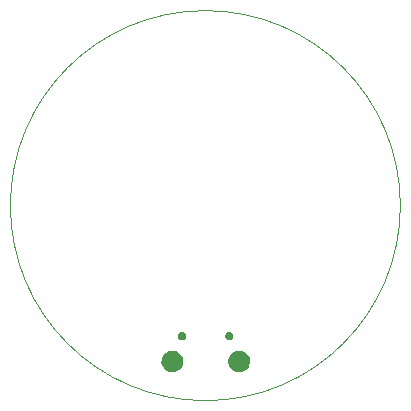
<source format=gbs>
G04 (created by PCBNEW (2013-07-07 BZR 4022)-stable) date 2/27/2015 9:27:32 PM*
%MOIN*%
G04 Gerber Fmt 3.4, Leading zero omitted, Abs format*
%FSLAX34Y34*%
G01*
G70*
G90*
G04 APERTURE LIST*
%ADD10C,0.00590551*%
%ADD11C,0.00393701*%
G04 APERTURE END LIST*
G54D10*
G54D11*
X84500Y-52000D02*
G75*
G03X84500Y-52000I-6500J0D01*
G74*
G01*
G54D10*
G36*
X77261Y-57160D02*
X77260Y-57240D01*
X77244Y-57310D01*
X77216Y-57374D01*
X77174Y-57433D01*
X77124Y-57481D01*
X77063Y-57520D01*
X76998Y-57545D01*
X76926Y-57557D01*
X76857Y-57556D01*
X76786Y-57540D01*
X76723Y-57512D01*
X76663Y-57471D01*
X76615Y-57421D01*
X76576Y-57360D01*
X76550Y-57296D01*
X76537Y-57224D01*
X76538Y-57155D01*
X76553Y-57084D01*
X76580Y-57020D01*
X76621Y-56961D01*
X76671Y-56912D01*
X76732Y-56872D01*
X76796Y-56846D01*
X76867Y-56833D01*
X76936Y-56833D01*
X77008Y-56848D01*
X77071Y-56875D01*
X77132Y-56915D01*
X77180Y-56964D01*
X77220Y-57024D01*
X77221Y-57025D01*
X77247Y-57089D01*
X77261Y-57159D01*
X77261Y-57160D01*
X77261Y-57160D01*
G37*
G36*
X77360Y-56336D02*
X77359Y-56365D01*
X77353Y-56392D01*
X77343Y-56415D01*
X77327Y-56438D01*
X77308Y-56455D01*
X77285Y-56470D01*
X77261Y-56479D01*
X77234Y-56484D01*
X77209Y-56484D01*
X77181Y-56477D01*
X77158Y-56467D01*
X77135Y-56451D01*
X77118Y-56433D01*
X77103Y-56410D01*
X77094Y-56387D01*
X77088Y-56359D01*
X77089Y-56334D01*
X77095Y-56306D01*
X77104Y-56284D01*
X77120Y-56260D01*
X77138Y-56243D01*
X77162Y-56227D01*
X77185Y-56218D01*
X77213Y-56213D01*
X77237Y-56213D01*
X77265Y-56219D01*
X77288Y-56228D01*
X77312Y-56244D01*
X77329Y-56262D01*
X77344Y-56285D01*
X77345Y-56285D01*
X77354Y-56308D01*
X77359Y-56335D01*
X77360Y-56336D01*
X77360Y-56336D01*
G37*
G36*
X78934Y-56336D02*
X78934Y-56365D01*
X78927Y-56392D01*
X78917Y-56415D01*
X78901Y-56438D01*
X78883Y-56455D01*
X78859Y-56470D01*
X78836Y-56479D01*
X78808Y-56484D01*
X78783Y-56484D01*
X78756Y-56477D01*
X78733Y-56467D01*
X78710Y-56451D01*
X78692Y-56433D01*
X78677Y-56410D01*
X78668Y-56387D01*
X78663Y-56359D01*
X78663Y-56334D01*
X78669Y-56306D01*
X78679Y-56284D01*
X78695Y-56260D01*
X78713Y-56243D01*
X78736Y-56227D01*
X78759Y-56218D01*
X78787Y-56213D01*
X78812Y-56213D01*
X78840Y-56219D01*
X78862Y-56228D01*
X78886Y-56244D01*
X78903Y-56262D01*
X78919Y-56285D01*
X78919Y-56285D01*
X78928Y-56308D01*
X78934Y-56335D01*
X78934Y-56336D01*
X78934Y-56336D01*
G37*
G36*
X79486Y-57160D02*
X79484Y-57240D01*
X79468Y-57310D01*
X79440Y-57374D01*
X79398Y-57433D01*
X79348Y-57481D01*
X79287Y-57520D01*
X79222Y-57545D01*
X79151Y-57557D01*
X79081Y-57556D01*
X79011Y-57540D01*
X78947Y-57512D01*
X78888Y-57471D01*
X78839Y-57421D01*
X78800Y-57360D01*
X78775Y-57296D01*
X78761Y-57224D01*
X78762Y-57155D01*
X78777Y-57084D01*
X78805Y-57020D01*
X78846Y-56961D01*
X78895Y-56912D01*
X78956Y-56872D01*
X79020Y-56846D01*
X79092Y-56833D01*
X79161Y-56833D01*
X79232Y-56848D01*
X79296Y-56875D01*
X79356Y-56915D01*
X79405Y-56964D01*
X79445Y-57024D01*
X79445Y-57025D01*
X79471Y-57089D01*
X79485Y-57159D01*
X79486Y-57160D01*
X79486Y-57160D01*
G37*
M02*

</source>
